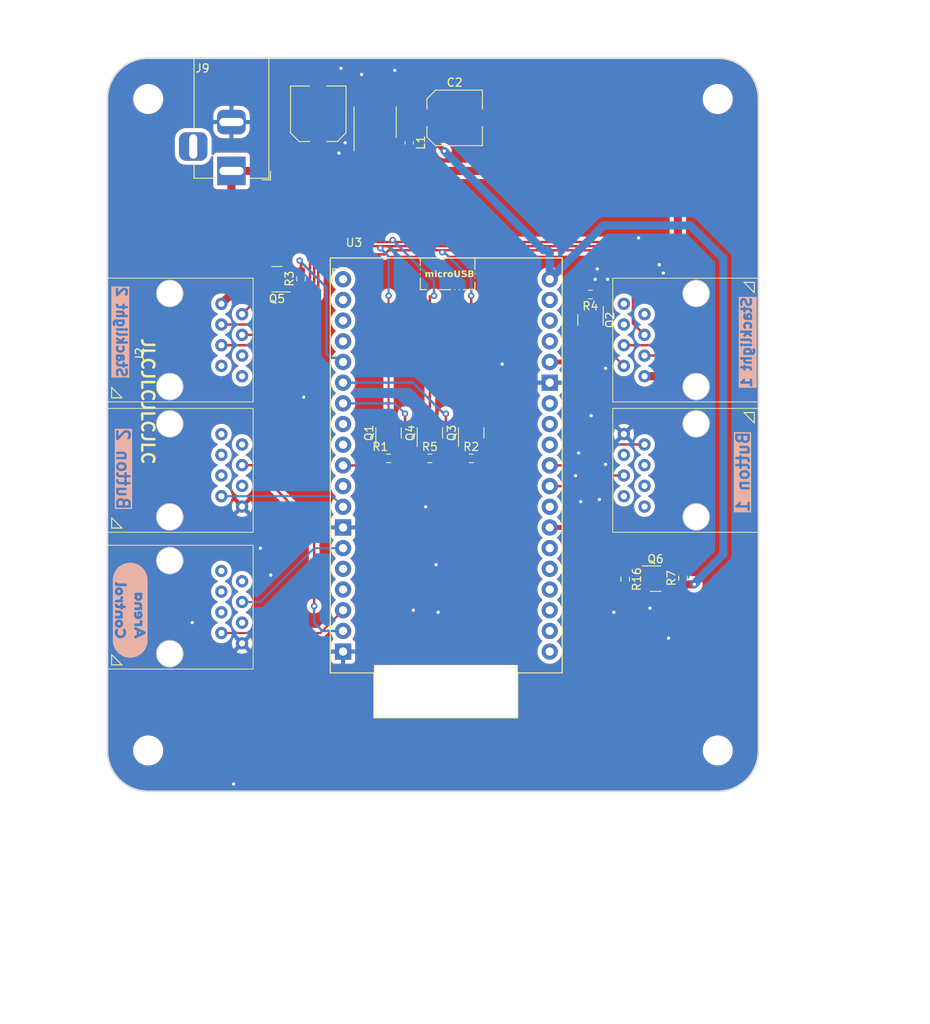
<source format=kicad_pcb>
(kicad_pcb (version 20221018) (generator pcbnew)
  (title_block (title "Arena Controller") (date "2023-03-27") (rev "v0.4") (company "smashy crashy machine co.") (comment 2 "Kim Chase") (comment 3 "Neil Cherry"))
  (layers (0 "F.Cu" signal) (31 "B.Cu" signal) (34 "B.Paste" user) (35 "F.Paste" user) (36 "B.SilkS" user "B.Silkscreen") (37 "F.SilkS" user "F.Silkscreen") (38 "B.Mask" user) (39 "F.Mask" user) (44 "Edge.Cuts" user))
  (net 0 "")
  (net 1 "+12V")
  (net 2 "/s_Red_1")
  (net 3 "/s_Yellow")
  (net 4 "/s_Green")
  (net 5 "/s_Horn")
  (net 6 "GND")
  (net 9 "/G_Start")
  (net 11 "/G_End")
  (net 13 "/T_B_Start")
  (net 14 "/T_B_End")
  (net 15 "/T_A_Start")
  (net 16 "/T_A_End")
  (net 18 "/Dis_Serial_Tx")
  (net 19 "/Dis_serial_Rx")
  (net 33 "+5V")
  (net 35 "/s_Red_2")
  (net 39 "/m_Green")
  (net 40 "/m_Red_1")
  (net 41 "/m_Horn")
  (net 42 "/m_Yellow")
  (net 43 "/m_Red_2")
  (net 44 "Net-(Q1-G)")
  (net 45 "Net-(Q2-G)")
  (net 46 "Net-(Q3-G)")
  (net 47 "Net-(Q4-G)")
  (net 48 "Net-(Q5-G)")
  (net 49 "/status_LED")
  (net 50 "/ws2812b_output")
  (net 51 "+3.3V")
  (net 55 "+3V3")
  (net 70 "Net-(L1-Pad1)")
  (footprint "Resistor_SMD:R_0603_1608Metric_Pad0.98x0.95mm_HandSolder" (layer "F.Cu") (at 158.623 108.966 -90)
    (fp_text reference "R16" (at 0 -1.43 90) (layer "F.SilkS"))
    (fp_text value "10k")
    (pad "1" smd roundrect (at -0.9125 0 270) (size 0.975 0.95) (layers "F.Cu" "F.Paste" "F.Mask") (net 51 "+3.3V"))
    (pad "2" smd roundrect (at 0.9125 0 270) (size 0.975 0.95) (layers "F.Cu" "F.Paste" "F.Mask") (net 49 "/status_LED"))
  )
  (footprint "Package_TO_SOT_SMD:SOT-23" (layer "F.Cu") (at 134.62 91.0105 90)
    (fp_text reference "Q4" (at 0 -2.4 90) (layer "F.SilkS"))
    (fp_text value "FS3400")
    (pad "1" smd roundrect (at -0.9375 -0.95 90) (size 1.475 0.6) (layers "F.Cu" "F.Paste" "F.Mask") (net 47 "Net-(Q4-G)"))
    (pad "2" smd roundrect (at -0.9375 0.95 90) (size 1.475 0.6) (layers "F.Cu" "F.Paste" "F.Mask") (net 6 "GND"))
    (pad "3" smd roundrect (at 0.9375 0 90) (size 1.475 0.6) (layers "F.Cu" "F.Paste" "F.Mask") (net 3 "/s_Yellow"))
  )
  (footprint "Resistor_SMD:R_0603_1608Metric_Pad0.98x0.95mm_HandSolder" (layer "F.Cu") (at 154.342 74.011 180)
    (fp_text reference "R4" (at 0 -1.43) (layer "F.SilkS"))
    (fp_text value "330")
    (pad "1" smd roundrect (at -0.9125 0 180) (size 0.975 0.95) (layers "F.Cu" "F.Paste" "F.Mask") (net 45 "Net-(Q2-G)"))
    (pad "2" smd roundrect (at 0.9125 0 180) (size 0.975 0.95) (layers "F.Cu" "F.Paste" "F.Mask") (net 40 "/m_Red_1"))
  )
  (footprint "footprints:RCH RC00139" (layer "F.Cu") (at 175 72 -90)
    (fp_text reference "J1" hide)
    (fp_text value "RJ45")
    (fp_circle (center 1.885 7.65) (end 3.51 7.65) (stroke (width 0.1)) (fill none) (layer "Edge.Cuts"))
    (fp_circle (center 13.315 7.65) (end 14.94 7.65) (stroke (width 0.1)) (fill none) (layer "Edge.Cuts"))
    (pad "1" thru_hole circle (at 12.045 14 270) (size 1.524 1.524) (drill 0.762) (layers "*.Cu" "*.Mask") (net 1 "+12V"))
    (pad "2" thru_hole circle (at 10.775 16.54 270) (size 1.524 1.524) (drill 0.762) (layers "*.Cu" "*.Mask") (net 2 "/s_Red_1"))
    (pad "3" thru_hole circle (at 9.505 14 270) (size 1.524 1.524) (drill 0.762) (layers "*.Cu" "*.Mask") (net 3 "/s_Yellow"))
    (pad "4" thru_hole circle (at 8.235 16.54 270) (size 1.524 1.524) (drill 0.762) (layers "*.Cu" "*.Mask") (net 4 "/s_Green"))
    (pad "5" thru_hole circle (at 6.965 14 270) (size 1.524 1.524) (drill 0.762) (layers "*.Cu" "*.Mask") (net 5 "/s_Horn"))
    (pad "6" thru_hole circle (at 5.695 16.54 270) (size 1.524 1.524) (drill 0.762) (layers "*.Cu" "*.Mask"))
    (pad "7" thru_hole circle (at 4.425 14 270) (size 1.524 1.524) (drill 0.762) (layers "*.Cu" "*.Mask"))
    (pad "8" thru_hole circle (at 3.155 16.54 270) (size 1.524 1.524) (drill 0.762) (layers "*.Cu" "*.Mask"))
  )
  (footprint "MountingHole:MountingHole_3.2mm_M3" (layer "F.Cu") (at 170 130)
    (fp_text reference "H4" hide)
    (fp_text value "MountingHole")
    (pad "" np_thru_hole circle (at 0 0) (size 3.2 3.2) (drill 3.2) (layers "*.Cu" "*.Mask"))
  )
  (footprint "footprints:RCH RC00139" (layer "F.Cu") (at 175 88 -90)
    (fp_text reference "J6" hide)
    (fp_text value "RJ45")
    (fp_circle (center 1.885 7.65) (end 3.51 7.65) (stroke (width 0.1)) (fill none) (layer "Edge.Cuts"))
    (fp_circle (center 13.315 7.65) (end 14.94 7.65) (stroke (width 0.1)) (fill none) (layer "Edge.Cuts"))
    (pad "1" thru_hole circle (at 12.045 14 270) (size 1.524 1.524) (drill 0.762) (layers "*.Cu" "*.Mask"))
    (pad "2" thru_hole circle (at 10.775 16.54 270) (size 1.524 1.524) (drill 0.762) (layers "*.Cu" "*.Mask"))
    (pad "3" thru_hole circle (at 9.505 14 270) (size 1.524 1.524) (drill 0.762) (layers "*.Cu" "*.Mask"))
    (pad "4" thru_hole circle (at 8.235 16.54 270) (size 1.524 1.524) (drill 0.762) (layers "*.Cu" "*.Mask") (net 15 "/T_A_Start"))
    (pad "5" thru_hole circle (at 6.965 14 270) (size 1.524 1.524) (drill 0.762) (layers "*.Cu" "*.Mask"))
    (pad "6" thru_hole circle (at 5.695 16.54 270) (size 1.524 1.524) (drill 0.762) (layers "*.Cu" "*.Mask"))
    (pad "7" thru_hole circle (at 4.425 14 270) (size 1.524 1.524) (drill 0.762) (layers "*.Cu" "*.Mask") (net 16 "/T_A_End"))
    (pad "8" thru_hole circle (at 3.155 16.54 270) (size 1.524 1.524) (drill 0.762) (layers "*.Cu" "*.Mask") (net 6 "GND"))
  )
  (footprint "Package_TO_SOT_SMD:SOT-23" (layer "F.Cu") (at 139.7 91.0105 90)
    (fp_text reference "Q3" (at 0 -2.4 90) (layer "F.SilkS"))
    (fp_text value "FS3400")
    (pad "1" smd roundrect (at -0.9375 -0.95 90) (size 1.475 0.6) (layers "F.Cu" "F.Paste" "F.Mask") (net 46 "Net-(Q3-G)"))
    (pad "2" smd roundrect (at -0.9375 0.95 90) (size 1.475 0.6) (layers "F.Cu" "F.Paste" "F.Mask") (net 6 "GND"))
    (pad "3" smd roundrect (at 0.9375 0 90) (size 1.475 0.6) (layers "F.Cu" "F.Paste" "F.Mask") (net 5 "/s_Horn"))
  )
  (footprint "Capacitor_SMD:C_Elec_6.3x5.4" (layer "F.Cu") (at 137.668 52.324)
    (fp_text reference "C2" (at 0 -4.35) (layer "F.SilkS"))
    (fp_text value "470uF")
    (pad "1" smd roundrect (at -2.5375 0) (size 3.325 1.6) (layers "F.Cu" "F.Paste" "F.Mask") (roundrect_rratio 0.15625) (net 33 "+5V"))
    (pad "2" smd roundrect (at 2.5375 0) (size 3.325 1.6) (layers "F.Cu" "F.Paste" "F.Mask") (roundrect_rratio 0.15625) (net 6 "GND"))
  )
  (footprint "footprints:RCH RC00139" (layer "F.Cu") (at 95 120 90)
    (fp_text reference "J4" hide)
    (fp_text value "RJ45")
    (fp_circle (center 1.885 7.65) (end 3.51 7.65) (stroke (width 0.1)) (fill none) (layer "Edge.Cuts"))
    (fp_circle (center 13.315 7.65) (end 14.94 7.65) (stroke (width 0.1)) (fill none) (layer "Edge.Cuts"))
    (pad "1" thru_hole circle (at 12.045 14 90) (size 1.524 1.524) (drill 0.762) (layers "*.Cu" "*.Mask"))
    (pad "2" thru_hole circle (at 10.775 16.54 90) (size 1.524 1.524) (drill 0.762) (layers "*.Cu" "*.Mask"))
    (pad "3" thru_hole circle (at 9.505 14 90) (size 1.524 1.524) (drill 0.762) (layers "*.Cu" "*.Mask"))
    (pad "4" thru_hole circle (at 8.235 16.54 90) (size 1.524 1.524) (drill 0.762) (layers "*.Cu" "*.Mask") (net 9 "/G_Start"))
    (pad "5" thru_hole circle (at 6.965 14 90) (size 1.524 1.524) (drill 0.762) (layers "*.Cu" "*.Mask"))
    (pad "6" thru_hole circle (at 5.695 16.54 90) (size 1.524 1.524) (drill 0.762) (layers "*.Cu" "*.Mask"))
    (pad "7" thru_hole circle (at 4.425 14 90) (size 1.524 1.524) (drill 0.762) (layers "*.Cu" "*.Mask") (net 11 "/G_End"))
    (pad "8" thru_hole circle (at 3.155 16.54 90) (size 1.524 1.524) (drill 0.762) (layers "*.Cu" "*.Mask") (net 6 "GND"))
  )
  (footprint "Connector_BarrelJack:BarrelJack_Horizontal" (layer "F.Cu") (at 110.236 58.832 -90)
    (fp_text reference "J9" (at -12.604 3.556) (layer "F.SilkS"))
    (fp_text value "Barrel_Jack_MountingPin")
    (pad "1" thru_hole rect (at 0 0 270) (size 3.5 3.5) (drill oval 1 3) (layers "*.Cu" "*.Mask") (net 1 "+12V"))
    (pad "2" thru_hole roundrect (at -6 0 270) (size 3 3.5) (drill oval 1 3) (layers "*.Cu" "*.Mask") (net 6 "GND"))
    (pad "3" thru_hole roundrect (at -3 4.7 270) (size 3.5 3.5) (drill oval 3 1) (layers "*.Cu" "*.Mask"))
  )
  (footprint "footprints:RCH RC00139" (layer "F.Cu") (at 95 87.2 90)
    (fp_text reference "J2" (at 5.842 3.9624 90 unlocked) (layer "F.SilkS"))
    (fp_text value "RJ45")
    (fp_circle (center 1.885 7.65) (end 3.51 7.65) (stroke (width 0.1)) (fill none) (layer "Edge.Cuts"))
    (fp_circle (center 13.315 7.65) (end 14.94 7.65) (stroke (width 0.1)) (fill none) (layer "Edge.Cuts"))
    (pad "1" thru_hole circle (at 12.045 14 90) (size 1.524 1.524) (drill 0.762) (layers "*.Cu" "*.Mask") (net 1 "+12V"))
    (pad "2" thru_hole circle (at 10.775 16.54 90) (size 1.524 1.524) (drill 0.762) (layers "*.Cu" "*.Mask") (net 35 "/s_Red_2"))
    (pad "3" thru_hole circle (at 9.505 14 90) (size 1.524 1.524) (drill 0.762) (layers "*.Cu" "*.Mask") (net 3 "/s_Yellow"))
    (pad "4" thru_hole circle (at 8.235 16.54 90) (size 1.524 1.524) (drill 0.762) (layers "*.Cu" "*.Mask") (net 4 "/s_Green"))
    (pad "5" thru_hole circle (at 6.965 14 90) (size 1.524 1.524) (drill 0.762) (layers "*.Cu" "*.Mask") (net 5 "/s_Horn"))
    (pad "6" thru_hole circle (at 5.695 16.54 90) (size 1.524 1.524) (drill 0.762) (layers "*.Cu" "*.Mask"))
    (pad "7" thru_hole circle (at 4.425 14 90) (size 1.524 1.524) (drill 0.762) (layers "*.Cu" "*.Mask"))
    (pad "8" thru_hole circle (at 3.155 16.54 90) (size 1.524 1.524) (drill 0.762) (layers "*.Cu" "*.Mask"))
  )
  (footprint "Inductor_SMD:L_0603_1608Metric" (layer "F.Cu") (at 132.08 55.372 -90)
    (fp_text reference "L1" (at 0 -1.43 90) (layer "F.SilkS"))
    (fp_text value "47uH")
    (pad "1" smd roundrect (at -0.7875 0 270) (size 0.875 0.95) (layers "F.Cu" "F.Paste" "F.Mask") (net 70 "Net-(L1-Pad1)"))
    (pad "2" smd roundrect (at 0.7875 0 270) (size 0.875 0.95) (layers "F.Cu" "F.Paste" "F.Mask") (net 33 "+5V"))
  )
  (footprint "MountingHole:MountingHole_3.2mm_M3" (layer "F.Cu") (at 170 50)
    (fp_text reference "H3" hide)
    (fp_text value "MountingHole")
    (pad "" np_thru_hole circle (at 0 0) (size 3.2 3.2) (drill 3.2) (layers "*.Cu" "*.Mask"))
  )
  (footprint "Capacitor_SMD:C_Elec_6.3x5.4" (layer "F.Cu") (at 120.904 51.816 90)
    (fp_text reference "C1" hide)
    (fp_text value "100uF")
    (pad "1" smd roundrect (at -2.5375 0 90) (size 3.325 1.6) (layers "F.Cu" "F.Paste" "F.Mask") (roundrect_rratio 0.15625) (net 1 "+12V"))
    (pad "2" smd roundrect (at 2.5375 0 90) (size 3.325 1.6) (layers "F.Cu" "F.Paste" "F.Mask") (roundrect_rratio 0.15625) (net 6 "GND"))
  )
  (footprint "MountingHole:MountingHole_3.2mm_M3" (layer "F.Cu") (at 100 130)
    (fp_text reference "H2" hide)
    (fp_text value "MountingHole")
    (pad "" np_thru_hole circle (at 0 0) (size 3.2 3.2) (drill 3.2) (layers "*.Cu" "*.Mask"))
  )
  (footprint "Resistor_SMD:R_0603_1608Metric_Pad0.98x0.95mm_HandSolder" (layer "F.Cu") (at 129.54 94.137)
    (fp_text reference "R1" (at -1.016 -1.43) (layer "F.SilkS"))
    (fp_text value "330")
    (pad "1" smd roundrect (at -0.9125 0) (size 0.975 0.95) (layers "F.Cu" "F.Paste" "F.Mask") (net 44 "Net-(Q1-G)"))
    (pad "2" smd roundrect (at 0.9125 0) (size 0.975 0.95) (layers "F.Cu" "F.Paste" "F.Mask") (net 39 "/m_Green"))
  )
  (footprint "Package_TO_SOT_SMD:SOT-23" (layer "F.Cu") (at 154.366 77.1375 -90)
    (fp_text reference "Q2" (at 0 -2.4 90) (layer "F.SilkS"))
    (fp_text value "FS3400")
    (pad "1" smd roundrect (at -0.9375 -0.95 270) (size 1.475 0.6) (layers "F.Cu" "F.Paste" "F.Mask") (net 45 "Net-(Q2-G)"))
    (pad "2" smd roundrect (at -0.9375 0.95 270) (size 1.475 0.6) (layers "F.Cu" "F.Paste" "F.Mask") (net 6 "GND"))
    (pad "3" smd roundrect (at 0.9375 0 270) (size 1.475 0.6) (layers "F.Cu" "F.Paste" "F.Mask") (net 2 "/s_Red_1"))
  )
  (footprint "Package_TO_SOT_SMD:SOT-23" (layer "F.Cu") (at 115.824 72.136 180)
    (fp_text reference "Q5" (at 0 -2.4) (layer "F.SilkS"))
    (fp_text value "FS3400")
    (pad "1" smd roundrect (at -0.9375 -0.95 180) (size 1.475 0.6) (layers "F.Cu" "F.Paste" "F.Mask") (net 48 "Net-(Q5-G)"))
    (pad "2" smd roundrect (at -0.9375 0.95 180) (size 1.475 0.6) (layers "F.Cu" "F.Paste" "F.Mask") (net 6 "GND"))
    (pad "3" smd roundrect (at 0.9375 0 180) (size 1.475 0.6) (layers "F.Cu" "F.Paste" "F.Mask") (net 35 "/s_Red_2"))
  )
  (footprint "Package_SO:SOP-8_3.76x4.96mm_P1.27mm" (layer "F.Cu") (at 127.889 52.8345 90)
    (fp_text reference "U2" hide)
    (fp_text value "XT4140")
    (pad "1" smd roundrect (at -2.5375 -1.905 90) (size 1.975 0.65) (layers "F.Cu" "F.Paste" "F.Mask") (net 33 "+5V"))
    (pad "2" smd roundrect (at -2.5375 -0.635 90) (size 1.975 0.65) (layers "F.Cu" "F.Paste" "F.Mask"))
    (pad "3" smd roundrect (at -2.5375 0.635 90) (size 1.975 0.65) (layers "F.Cu" "F.Paste" "F.Mask"))
    (pad "4" smd roundrect (at -2.5375 1.905 90) (size 1.975 0.65) (layers "F.Cu" "F.Paste" "F.Mask") (net 1 "+12V"))
    (pad "5" smd roundrect (at 2.5375 1.905 90) (size 1.975 0.65) (layers "F.Cu" "F.Paste" "F.Mask") (net 70 "Net-(L1-Pad1)"))
    (pad "6" smd roundrect (at 2.5375 0.635 90) (size 1.975 0.65) (layers "F.Cu" "F.Paste" "F.Mask") (net 70 "Net-(L1-Pad1)"))
    (pad "7" smd roundrect (at 2.5375 -0.635 90) (size 1.975 0.65) (layers "F.Cu" "F.Paste" "F.Mask") (net 6 "GND"))
    (pad "8" smd roundrect (at 2.5375 -1.905 90) (size 1.975 0.65) (layers "F.Cu" "F.Paste" "F.Mask") (net 6 "GND"))
  )
  (footprint "MountingHole:MountingHole_3.2mm_M3" (layer "F.Cu") (at 100 50)
    (fp_text reference "H1" hide)
    (fp_text value "MountingHole")
    (pad "" np_thru_hole circle (at 0 0) (size 3.2 3.2) (drill 3.2) (layers "*.Cu" "*.Mask"))
  )
  (footprint "Package_TO_SOT_SMD:SOT-23" (layer "F.Cu") (at 129.54 91.0105 90)
    (fp_text reference "Q1" (at 0 -2.4 90) (layer "F.SilkS"))
    (fp_text value "FS3400")
    (pad "1" smd roundrect (at -0.9375 -0.95 90) (size 1.475 0.6) (layers "F.Cu" "F.Paste" "F.Mask") (net 44 "Net-(Q1-G)"))
    (pad "2" smd roundrect (at -0.9375 0.95 90) (size 1.475 0.6) (layers "F.Cu" "F.Paste" "F.Mask") (net 6 "GND"))
    (pad "3" smd roundrect (at 0.9375 0 90) (size 1.475 0.6) (layers "F.Cu" "F.Paste" "F.Mask") (net 4 "/s_Green"))
  )
  (footprint "Resistor_SMD:R_0603_1608Metric_Pad0.98x0.95mm_HandSolder" (layer "F.Cu") (at 139.7 94.137)
    (fp_text reference "R2" (at 0 -1.43) (layer "F.SilkS"))
    (fp_text value "330")
    (pad "1" smd roundrect (at -0.9125 0) (size 0.975 0.95) (layers "F.Cu" "F.Paste" "F.Mask") (net 46 "Net-(Q3-G)"))
    (pad "2" smd roundrect (at 0.9125 0) (size 0.975 0.95) (layers "F.Cu" "F.Paste" "F.Mask") (net 41 "/m_Horn"))
  )
  (footprint "footprints:RCH RC00139" (layer "F.Cu") (at 95 103.2 90)
    (fp_text reference "J5" hide)
    (fp_text value "RJ45")
    (fp_circle (center 1.885 7.65) (end 3.51 7.65) (stroke (width 0.1)) (fill none) (layer "Edge.Cuts"))
    (fp_circle (center 13.315 7.65) (end 14.94 7.65) (stroke (width 0.1)) (fill none) (layer "Edge.Cuts"))
    (pad "1" thru_hole circle (at 12.045 14 90) (size 1.524 1.524) (drill 0.762) (layers "*.Cu" "*.Mask"))
    (pad "2" thru_hole circle (at 10.775 16.54 90) (size 1.524 1.524) (drill 0.762) (layers "*.Cu" "*.Mask"))
    (pad "3" thru_hole circle (at 9.505 14 90) (size 1.524 1.524) (drill 0.762) (layers "*.Cu" "*.Mask"))
    (pad "4" thru_hole circle (at 8.235 16.54 90) (size 1.524 1.524) (drill 0.762) (layers "*.Cu" "*.Mask") (net 14 "/T_B_End"))
    (pad "5" thru_hole circle (at 6.965 14 90) (size 1.524 1.524) (drill 0.762) (layers "*.Cu" "*.Mask"))
    (pad "6" thru_hole circle (at 5.695 16.54 90) (size 1.524 1.524) (drill 0.762) (layers "*.Cu" "*.Mask"))
    (pad "7" thru_hole circle (at 4.425 14 90) (size 1.524 1.524) (drill 0.762) (layers "*.Cu" "*.Mask") (net 13 "/T_B_Start"))
    (pad "8" thru_hole circle (at 3.155 16.54 90) (size 1.524 1.524) (drill 0.762) (layers "*.Cu" "*.Mask") (net 6 "GND"))
  )
  (footprint "Resistor_SMD:R_0603_1608Metric_Pad0.98x0.95mm_HandSolder" (layer "F.Cu") (at 165.735 108.839 90)
    (fp_text reference "R7" (at 0 -1.43 90) (layer "F.SilkS"))
    (fp_text value "10k")
    (pad "1" smd roundrect (at -0.9125 0 90) (size 0.975 0.95) (layers "F.Cu" "F.Paste" "F.Mask") (net 33 "+5V"))
    (pad "2" smd roundrect (at 0.9125 0 90) (size 0.975 0.95) (layers "F.Cu" "F.Paste" "F.Mask") (net 50 "/ws2812b_output"))
  )
  (footprint "Resistor_SMD:R_0603_1608Metric_Pad0.98x0.95mm_HandSolder" (layer "F.Cu") (at 134.62 94.137)
    (fp_text reference "R5" (at 0 -1.43) (layer "F.SilkS"))
    (fp_text value "330")
    (pad "1" smd roundrect (at -0.9125 0) (size 0.975 0.95) (layers "F.Cu" "F.Paste" "F.Mask") (net 47 "Net-(Q4-G)"))
    (pad "2" smd roundrect (at 0.9125 0) (size 0.975 0.95) (layers "F.Cu" "F.Paste" "F.Mask") (net 42 "/m_Yellow"))
  )
  (footprint "Package_TO_SOT_SMD:SOT-23" (layer "F.Cu") (at 162.3545 108.9)
    (fp_text reference "Q6" (at 0 -2.4) (layer "F.SilkS"))
    (fp_text value "Q_NMOS_GSD")
    (pad "1" smd roundrect (at -0.9375 -0.95) (size 1.475 0.6) (layers "F.Cu" "F.Paste" "F.Mask") (net 51 "+3.3V"))
    (pad "2" smd roundrect (at -0.9375 0.95) (size 1.475 0.6) (layers "F.Cu" "F.Paste" "F.Mask") (net 49 "/status_LED"))
    (pad "3" smd roundrect (at 0.9375 0) (size 1.475 0.6) (layers "F.Cu" "F.Paste" "F.Mask") (net 50 "/ws2812b_output"))
  )
  (footprint "footprints:MODULE_ESP32_DEVKIT_C_V4" (layer "F.Cu") (at 136.652 94.996)
    (fp_text reference "U3" (at -11.355 -27.36) (layer "F.SilkS"))
    (fp_text value "ESP32-Devkit_C_V4")
    (fp_text user "microUSB" (at -2.667 -22.987 unlocked) (layer "F.SilkS") (effects (font (size 0.8 0.8) (thickness 0.16) bold italic) (justify left bottom)))
    (pad "1" thru_hole circle (at -12.7 -22.86) (size 2 2) (drill 1.02) (layers "*.Cu" "*.Mask"))
    (pad "2" thru_hole circle (at -12.7 -20.32) (size 2 2) (drill 1.02) (layers "*.Cu" "*.Mask"))
    (pad "3" thru_hole circle (at -12.7 -17.78) (size 2 2) (drill 1.02) (layers "*.Cu" "*.Mask"))
    (pad "4" thru_hole circle (at -12.7 -15.24) (size 2 2) (drill 1.02) (layers "*.Cu" "*.Mask"))
    (pad "5" thru_hole circle (at -12.7 -12.7) (size 2 2) (drill 1.02) (layers "*.Cu" "*.Mask") (net 43 "/m_Red_2"))
    (pad "6" thru_hole circle (at -12.7 -10.16) (size 2 2) (drill 1.02) (layers "*.Cu" "*.Mask") (net 42 "/m_Yellow"))
    (pad "7" thru_hole circle (at -12.7 -7.62) (size 2 2) (drill 1.02) (layers "*.Cu" "*.Mask") (net 39 "/m_Green"))
    (pad "8" thru_hole circle (at -12.7 -5.08) (size 2 2) (drill 1.02) (layers "*.Cu" "*.Mask") (net 19 "/Dis_serial_Rx"))
    (pad "9" thru_hole circle (at -12.7 -2.54) (size 2 2) (drill 1.02) (layers "*.Cu" "*.Mask") (net 18 "/Dis_Serial_Tx"))
    (pad "10" thru_hole circle (at -12.7 0) (size 2 2) (drill 1.02) (layers "*.Cu" "*.Mask") (net 41 "/m_Horn"))
    (pad "11" thru_hole circle (at -12.7 2.54) (size 2 2) (drill 1.02) (layers "*.Cu" "*.Mask"))
    (pad "12" thru_hole circle (at -12.7 5.08) (size 2 2) (drill 1.02) (layers "*.Cu" "*.Mask") (net 13 "/T_B_Start"))
    (pad "13" thru_hole rect (at -12.7 7.62) (size 2 2) (drill 1.02) (layers "*.Cu" "*.Mask") (net 6 "GND"))
    (pad "14" thru_hole circle (at -12.7 10.16) (size 2 2) (drill 1.02) (layers "*.Cu" "*.Mask") (net 9 "/G_Start"))
    (pad "15" thru_hole circle (at -12.7 12.7) (size 2 2) (drill 1.02) (layers "*.Cu" "*.Mask"))
    (pad "16" thru_hole circle (at -12.7 15.24) (size 2 2) (drill 1.02) (layers "*.Cu" "*.Mask"))
    (pad "17" thru_hole circle (at -12.7 17.78) (size 2 2) (drill 1.02) (layers "*.Cu" "*.Mask") (net 11 "/G_End"))
    (pad "18" thru_hole circle (at -12.7 20.32) (size 2 2) (drill 1.02) (layers "*.Cu" "*.Mask") (net 14 "/T_B_End"))
    (pad "19" thru_hole rect (at -12.7 22.86) (size 2 2) (drill 1.02) (layers "*.Cu" "*.Mask") (net 6 "GND"))
    (pad "20" thru_hole circle (at 12.7 22.86) (size 2 2) (drill 1.02) (layers "*.Cu" "*.Mask") (net 55 "+3V3"))
    (pad "21" thru_hole circle (at 12.7 20.32) (size 2 2) (drill 1.02) (layers "*.Cu" "*.Mask"))
    (pad "22" thru_hole circle (at 12.7 17.78) (size 2 2) (drill 1.02) (layers "*.Cu" "*.Mask"))
    (pad "23" thru_hole circle (at 12.7 15.24) (size 2 2) (drill 1.02) (layers "*.Cu" "*.Mask"))
    (pad "24" thru_hole circle (at 12.7 12.7) (size 2 2) (drill 1.02) (layers "*.Cu" "*.Mask"))
    (pad "25" thru_hole circle (at 12.7 10.16) (size 2 2) (drill 1.02) (layers "*.Cu" "*.Mask"))
    (pad "26" thru_hole circle (at 12.7 7.62) (size 2 2) (drill 1.02) (layers "*.Cu" "*.Mask") (net 49 "/status_LED"))
    (pad "27" thru_hole circle (at 12.7 5.08) (size 2 2) (drill 1.02) (layers "*.Cu" "*.Mask"))
    (pad "28" thru_hole circle (at 12.7 2.54) (size 2 2) (drill 1.02) (layers "*.Cu" "*.Mask") (net 15 "/T_A_Start"))
    (pad "29" thru_hole circle (at 12.7 0) (size 2 2) (drill 1.02) (layers "*.Cu" "*.Mask") (net 16 "/T_A_End"))
    (pad "30" thru_hole circle (at 12.7 -2.54) (size 2 2) (drill 1.02) (layers "*.Cu" "*.Mask"))
    (pad "31" thru_hole circle (at 12.7 -5.08) (size 2 2) (drill 1.02) (layers "*.Cu" "*.Mask"))
    (pad "32" thru_hole circle (at 12.7 -7.62) (size 2 2) (drill 1.02) (layers "*.Cu" "*.Mask"))
    (pad "33" thru_hole rect (at 12.7 -10.16) (size 2 2) (drill 1.02) (layers "*.Cu" "*.Mask") (net 6 "GND"))
    (pad "34" thru_hole circle (at 12.7 -12.7) (size 2 2) (drill 1.02) (layers "*.Cu" "*.Mask") (net 40 "/m_Red_1"))
    (pad "35" thru_hole circle (at 12.7 -15.24) (size 2 2) (drill 1.02) (layers "*.Cu" "*.Mask"))
    (pad "36" thru_hole circle (at 12.7 -17.78) (size 2 2) (drill 1.02) (layers "*.Cu" "*.Mask"))
    (pad "37" thru_hole circle (at 12.7 -20.32) (size 2 2) (drill 1.02) (layers "*.Cu" "*.Mask"))
    (pad "38" thru_hole circle (at 12.7 -22.86) (size 2 2) (drill 1.02) (layers "*.Cu" "*.Mask") (net 33 "+5V"))
    (zone (net 0) (net_name "") (layer "F.Cu") (connect_pads (clearance 0)) (min_thickness 0.01)
      (keepout (tracks not_allowed) (vias not_allowed) (pads not_allowed) (copperpour not_allowed) (footprints allowed))
      (fill (thermal_gap 0.508) (thermal_bridge_width 0.508))
      (polygon (pts (xy 127.742 119.494) (xy 145.432 119.494) (xy 145.432 125.984) (xy 127.742 125.984)))
    )
    (zone (net 0) (net_name "") (layer "B.Cu") (connect_pads (clearance 0)) (min_thickness 0.01)
      (keepout (tracks not_allowed) (vias not_allowed) (pads not_allowed) (copperpour not_allowed) (footprints allowed))
      (fill (thermal_gap 0.508) (thermal_bridge_width 0.508))
      (polygon (pts (xy 127.742 119.494) (xy 145.432 119.494) (xy 145.432 125.984) (xy 127.742 125.984)))
    )
  )
  (footprint "Resistor_SMD:R_0603_1608Metric_Pad0.98x0.95mm_HandSolder" (layer "F.Cu") (at 118.7935 72.07 90)
    (fp_text reference "R3" (at 0 -1.43 90) (layer "F.SilkS"))
    (fp_text value "330")
    (pad "1" smd roundrect (at -0.9125 0 90) (size 0.975 0.95) (layers "F.Cu" "F.Paste" "F.Mask") (net 48 "Net-(Q5-G)"))
    (pad "2" smd roundrect (at 0.9125 0 90) (size 0.975 0.95) (layers "F.Cu" "F.Paste" "F.Mask") (net 43 "/m_Red_2"))
  )
  (footprint "kibuzzard-638A219C" (layer "B.Cu") (at 97.79 112.776 90)
    (fp_text reference "kibuzzard-638A219C" hide)
    (fp_text value "G***" hide)
  )
  (gr_arc (start 95 50) (mid 96.464466 46.464466) (end 100 45) (stroke (width 0.2)) (layer "Edge.Cuts"))
  (gr_arc (start 100 135) (mid 96.464466 133.535534) (end 95 130) (stroke (width 0.2)) (layer "Edge.Cuts"))
  (gr_arc (start 170 45) (mid 173.535534 46.464466) (end 175 50) (stroke (width 0.2)) (layer "Edge.Cuts"))
  (gr_line (start 175 50) (end 175 130) (stroke (width 0.2)) (layer "Edge.Cuts"))
  (gr_line (start 100 45) (end 170 45) (stroke (width 0.2)) (layer "Edge.Cuts"))
  (gr_line (start 95 130) (end 95 50) (stroke (width 0.2)) (layer "Edge.Cuts"))
  (gr_arc (start 175 130) (mid 173.535534 133.535534) (end 170 135) (stroke (width 0.2)) (layer "Edge.Cuts"))
  (gr_line (start 170 135) (end 100 135) (stroke (width 0.2)) (layer "Edge.Cuts"))
  (gr_text "Button 1" (at 173.99 90.678 90) (layer "B.SilkS" knockout) (effects (font (size 1.5 1.5) (thickness 0.3) bold) (justify left bottom mirror)))
  (gr_text "Stacklight 2" (at 96.012 84.328 -90) (layer "B.SilkS" knockout) (effects (font (size 1.2 1.2) (thickness 0.3) bold) (justify left bottom mirror)))
  (gr_text "Button 2" (at 96.012 100.584 -90) (layer "B.SilkS" knockout) (effects (font (size 1.5 1.5) (thickness 0.3) bold) (justify left bottom mirror)))
  (gr_text "Stacklight 1" (at 174.244 74.168 90) (layer "B.SilkS" knockout) (effects (font (size 1.2 1.2) (thickness 0.3) bold) (justify left bottom mirror)))
  (gr_text "JLCJLCJLCJLC" (at 99.949 87.122 270) (layer "F.SilkS") (effects (font (size 1.5 1.5) (thickness 0.3))))
  (segment (start 121.9175 53.34) (end 120.904 54.3535) (width 0.6) (layer "F.Cu") (net 1))
  (segment (start 160.018825 58.832) (end 165.1 63.913175) (width 1) (layer "F.Cu") (net 1))
  (segment (start 129.794 54.61) (end 128.524 53.34) (width 0.6) (layer "F.Cu") (net 1))
  (segment (start 163.351 84.045) (end 161 84.045) (width 1) (layer "F.Cu") (net 1))
  (segment (start 110.236 73.919) (end 109 75.155) (width 1) (layer "F.Cu") (net 1))
  (segment (start 120.904 58.832) (end 160.018825 58.832) (width 1) (layer "F.Cu") (net 1))
  (segment (start 110.236 58.832) (end 110.236 73.919) (width 1) (layer "F.Cu") (net 1))
  (segment (start 129.794 55.372) (end 129.794 54.61) (width 0.6) (layer "F.Cu") (net 1))
  (segment (start 120.904 58.832) (end 120.904 54.3535) (width 1) (layer "F.Cu") (net 1))
  (segment (start 128.524 53.34) (end 121.9175 53.34) (width 0.6) (layer "F.Cu") (net 1))
  (segment (start 110.236 58.832) (end 120.904 58.832) (width 1) (layer "F.Cu") (net 1))
  (segment (start 165.1 82.296) (end 163.351 84.045) (width 1) (layer "F.Cu") (net 1))
  (segment (start 165.1 63.913175) (end 165.1 82.296) (width 1) (layer "F.Cu") (net 1))
  (segment (start 154.366 78.681) (end 158.46 82.775) (width 0.25) (layer "F.Cu") (net 2))
  (segment (start 161 81.505) (end 162.335 81.505) (width 0.3) (layer "F.Cu") (net 3))
  (segment (start 115.853 77.695) (end 119.888 73.66) (width 0.3) (layer "F.Cu") (net 3))
  (segment (start 134.62 90.073) (end 134.62 74.234) (width 0.3) (layer "F.Cu") (net 3))
  (segment (start 121.212894 67.564) (end 157.48 67.564) (width 0.3) (layer "F.Cu") (net 3))
  (segment (start 109 77.695) (end 115.853 77.695) (width 0.3) (layer "F.Cu") (net 3))
  (segment (start 119.888 68.888894) (end 121.212894 67.564) (width 0.3) (layer "F.Cu") (net 3))
  (segment (start 163.576 80.264) (end 163.576 73.66) (width 0.3) (layer "F.Cu") (net 3))
  (segment (start 163.576 73.66) (end 157.48 67.564) (width 0.3) (layer "F.Cu") (net 3))
  (segment (start 119.888 73.66) (end 119.888 68.888894) (width 0.3) (layer "F.Cu") (net 3))
  (segment (start 162.335 81.505) (end 163.576 80.264) (width 0.3) (layer "F.Cu") (net 3))
  (via (at 130.048 67.3225) (size 0.8) (drill 0.4) (layers "F.Cu" "B.Cu") (net 3))
  (via (at 135.128 74.168) (size 0.8) (drill 0.4) (layers "F.Cu" "B.Cu") (net 3))
  (segment (start 135.128 72.4025) (end 130.048 67.3225) (width 0.3) (layer "B.Cu") (net 3))
  (segment (start 135.128 74.168) (end 135.128 72.4025) (width 0.3) (layer "B.Cu") (net 3))
  (segment (start 111.54 78.965) (end 115.290106 78.965) (width 0.3) (layer "F.Cu") (net 4))
  (segment (start 129.54 90.073) (end 129.54 74.168) (width 0.25) (layer "F.Cu") (net 4))
  (segment (start 156.464 68.072) (end 162.56 74.168) (width 0.3) (layer "F.Cu") (net 4))
  (segment (start 162.023 80.235) (end 158.46 80.235) (width 0.3) (layer "F.Cu") (net 4))
  (segment (start 120.396 73.859106) (end 120.396 69.088) (width 0.3) (layer "F.Cu") (net 4))
  (segment (start 115.290106 78.965) (end 120.396 73.859106) (width 0.3) (layer "F.Cu") (net 4))
  (segment (start 120.396 69.088) (end 121.412 68.072) (width 0.3) (layer "F.Cu") (net 4))
  (segment (start 121.412 68.072) (end 156.464 68.072) (width 0.3) (layer "F.Cu") (net 4))
  (segment (start 162.56 79.698) (end 162.023 80.235) (width 0.3) (layer "F.Cu") (net 4))
  (segment (start 162.56 74.168) (end 162.56 79.698) (width 0.3) (layer "F.Cu") (net 4))
  (via (at 129.54 74.168) (size 0.8) (drill 0.4) (layers "F.Cu" "B.Cu") (net 4))
  (via (at 128.524 68.3135) (size 0.8) (drill 0.4) (layers "F.Cu" "B.Cu") (net 4))
  (segment (start 129.54 69.342) (end 129.54625 69.33575) (width 0.25) (layer "B.Cu") (net 4))
  (segment (start 129.54 74.168) (end 129.54 69.342) (width 0.25) (layer "B.Cu") (net 4))
  (segment (start 129.54625 69.33575) (end 128.524 68.3135) (width 0.3) (layer "B.Cu") (net 4))
  (segment (start 120.904 74.168) (end 120.904 69.287106) (width 0.3) (layer "F.Cu") (net 5))
  (segment (start 129.54 68.58) (end 155.448 68.58) (width 0.3) (layer "F.Cu") (net 5))
  (segment (start 114.837 80.235) (end 120.904 74.168) (width 0.3) (layer "F.Cu") (net 5))
  (segment (start 159.572 72.704) (end 159.572 77.537) (width 0.3) (layer "F.Cu") (net 5))
  (segment (start 139.7 90.073) (end 139.7 74.168) (width 0.3) (layer "F.Cu") (net 5))
  (segment (start 109 80.235) (end 114.837 80.235) (width 0.3) (layer "F.Cu") (net 5))
  (segment (start 127 68.58) (end 127.508 69.088) (width 0.3) (layer "F.Cu") (net 5))
  (segment (start 121.003553 69.187553) (end 121.611106 68.58) (width 0.3) (layer "F.Cu") (net 5))
  (segment (start 155.448 68.58) (end 159.572 72.704) (width 0.3) (layer "F.Cu") (net 5))
  (segment (start 129.032 69.088) (end 129.54 68.58) (width 0.3) (layer "F.Cu") (net 5))
  (segment (start 120.904 69.287106) (end 121.003553 69.187553) (width 0.3) (layer "F.Cu") (net 5))
  (segment (start 121.611106 68.58) (end 127 68.58) (width 0.3) (layer "F.Cu") (net 5))
  (segment (start 159.572 77.537) (end 161 78.965) (width 0.3) (layer "F.Cu") (net 5))
  (segment (start 127.508 69.088) (end 129.032 69.088) (width 0.3) (layer "F.Cu") (net 5))
  (via (at 139.7 74.168) (size 0.8) (drill 0.4) (layers "F.Cu" "B.Cu") (net 5))
  (via (at 136.144 68.8215) (size 0.8) (drill 0.4) (layers "F.Cu" "B.Cu") (net 5))
  (segment (start 136.3855 68.8215) (end 136.144 68.8215) (width 0.3) (layer "B.Cu") (net 5))
  (segment (start 139.7 74.168) (end 139.7 72.136) (width 0.3) (layer "B.Cu") (net 5))
  (segment (start 136.3855 68.8215) (end 139.7 72.136) (width 0.3) (layer "B.Cu") (net 5))
  (via (at 162.814 70.358) (size 0.8) (drill 0.4) (layers "F.Cu" "B.Cu") (net 6))
  (via (at 143.51 82.55) (size 0.8) (drill 0.4) (layers "F.Cu" "B.Cu") (net 6))
  (via (at 134.112 100.076) (size 0.8) (drill 0.4) (layers "F.Cu" "B.Cu") (net 6))
  (via (at 123.444 56.642) (size 0.8) (drill 0.4) (layers "F.Cu" "B.Cu") (net 6))
  (via (at 152.527 96.266) (size 0.8) (drill 0.4) (layers "F.Cu" "B.Cu") (net 6))
  (via (at 132.588 112.776) (size 0.8) (drill 0.4) (layers "F.Cu" "B.Cu") (net 6))
  (via (at 153.162 99.441) (size 0.8) (drill 0.4) (layers "F.Cu" "B.Cu") (net 6))
  (via (at 163.322 71.374) (size 0.8) (drill 0.4) (layers "F.Cu" "B.Cu") (net 6))
  (via (at 130.302 46.482) (size 0.8) (drill 0.4) (layers "F.Cu" "B.Cu") (net 6))
  (via (at 135.636 113.03) (size 0.8) (drill 0.4) (layers "F.Cu" "B.Cu") (net 6))
  (via (at 161.671 112.522) (size 0.8) (drill 0.4) (layers "F.Cu" "B.Cu") (net 6))
  (via (at 126.238 46.99) (size 0.8) (drill 0.4) (layers "F.Cu" "B.Cu") (net 6))
  (via (at 163.957 116.205) (size 0.8) (drill 0.4) (layers "F.Cu" "B.Cu") (net 6))
  (via (at 156.21 83.058) (size 0.8) (drill 0.4) (layers "F.Cu" "B.Cu") (net 6))
  (via (at 119.126 86.614) (size 0.8) (drill 0.4) (layers "F.Cu" "B.Cu") (net 6))
  (via (at 160.274 67.056) (size 0.8) (drill 0.4) (layers "F.Cu" "B.Cu") (net 6))
  (via (at 154.94 72.136) (size 0.8) (drill 0.4) (layers "F.Cu" "B.Cu") (net 6))
  (via (at 105.41 114.3) (size 0.8) (drill 0.4) (layers "F.Cu" "B.Cu") (net 6))
  (via (at 152.908 93.472) (size 0.8) (drill 0.4) (layers "F.Cu" "B.Cu") (net 6))
  (via (at 110.49 134.112) (size 0.8) (drill 0.4) (layers "F.Cu" "B.Cu") (net 6))
  (via (at 123.698 46.228) (size 0.8) (drill 0.4) (layers "F.Cu" "B.Cu") (net 6))
  (via (at 115.062 108.458) (size 0.8) (drill 0.4) (layers "F.Cu" "B.Cu") (net 6))
  (via (at 135.382 107.188) (size 0.8) (drill 0.4) (layers "F.Cu" "B.Cu") (net 6))
  (via (at 124.206 55.372) (size 0.8) (drill 0.4) (layers "F.Cu" "B.Cu") (net 6))
  (via (at 155.448 99.187) (size 0.8) (drill 0.4) (layers "F.Cu" "B.Cu") (net 6))
  (via (at 156.464 72.136) (size 0.8) (drill 0.4) (layers "F.Cu" "B.Cu") (net 6))
  (via (at 113.792 105.156) (size 0.8) (drill 0.4) (layers "F.Cu" "B.Cu") (net 6))
  (via (at 156.21 94.869) (size 0.8) (drill 0.4) (layers "F.Cu" "B.Cu") (net 6))
  (via (at 154.432 88.9) (size 0.8) (drill 0.4) (layers "F.Cu" "B.Cu") (net 6))
  (via (at 155.194 70.866) (size 0.8) (drill 0.4) (layers "F.Cu" "B.Cu") (net 6))
  (via (at 157.226 113.03) (size 0.8) (drill 0.4) (layers "F.Cu" "B.Cu") (net 6))
  (segment (start 111.54 111.765) (end 113.787 111.765) (width 0.25) (layer "B.Cu") (net 9))
  (segment (start 113.787 111.765) (end 120.396 105.156) (width 0.25) (layer "B.Cu") (net 9))
  (segment (start 120.396 105.156) (end 123.952 105.156) (width 0.25) (layer "B.Cu") (net 9))
  (segment (start 121.153 115.575) (end 109 115.575) (width 0.25) (layer "F.Cu") (net 11))
  (segment (start 123.952 112.776) (end 121.153 115.575) (width 0.25) (layer "F.Cu") (net 11))
  (segment (start 122.651 98.775) (end 123.952 100.076) (width 0.25) (layer "B.Cu") (net 13))
  (segment (start 109 98.775) (end 122.651 98.775) (width 0.25) (layer "B.Cu") (net 13))
  (segment (start 120.396 102.616) (end 120.396 112.268) (width 0.3) (layer "F.Cu") (net 14))
  (segment (start 112.745 94.965) (end 120.396 102.616) (width 0.3) (layer "F.Cu") (net 14))
  (segment (start 111.54 94.965) (end 112.745 94.965) (width 0.3) (layer "F.Cu") (net 14))
  (via (at 120.396 112.268) (size 0.8) (drill 0.4) (layers "F.Cu" "B.Cu") (net 14))
  (segment (start 121.412 115.316) (end 123.952 115.316) (width 0.3) (layer "B.Cu") (net 14))
  (segment (start 120.396 114.3) (end 121.412 115.316) (width 0.3) (layer "B.Cu") (net 14))
  (segment (start 120.396 112.268) (end 120.396 114.3) (width 0.3) (layer "B.Cu") (net 14))
  (segment (start 149.352 97.536) (end 154.178 97.536) (width 0.3) (layer "F.Cu") (net 15))
  (segment (start 155.479 96.235) (end 158.46 96.235) (width 0.3) (layer "F.Cu") (net 15))
  (segment (start 154.178 97.536) (end 155.479 96.235) (width 0.3) (layer "F.Cu") (net 15))
  (segment (start 161 92.425) (end 156.622 92.425) (width 0.3) (layer "F.Cu") (net 16))
  (segment (start 156.622 92.425) (end 154.051 94.996) (width 0.3) (layer "F.Cu") (net 16))
  (segment (start 154.051 94.996) (end 149.352 94.996) (width 0.3) (layer "F.Cu") (net 16))
  (segment (start 133.10875 55.13075) (end 132.08 56.1595) (width 0.6) (layer "F.Cu") (net 33))
  (segment (start 134.62 53.6195) (end 133.10875 55.13075) (width 0.6) (layer "F.Cu") (net 33))
  (segment (start 126.817084 56.8595) (end 131.38 56.8595) (width 0.6) (layer "F.Cu") (net 33))
  (segment (start 131.38 56.8595) (end 132.08 56.1595) (width 0.6) (layer "F.Cu") (net 33))
  (segment (start 133.10875 55.13075) (end 135.14075 55.13075) (width 0.6) (layer "F.Cu") (net 33))
  (segment (start 135.14075 55.13075) (end 136.398 56.388) (width 0.6) (layer "F.Cu") (net 33))
  (segment (start 167.132 109.601) (end 165.8855 109.601) (width 1) (layer "F.Cu") (net 33))
  (segment (start 165.8855 109.601) (end 165.735 109.7515) (width 1) (layer "F.Cu") (net 33))
  (segment (start 134.62 52.3215) (end 134.62 53.6195) (width 0.6) (layer "F.Cu") (net 33))
  (segment (start 125.984 56.026416) (end 126.817084 56.8595) (width 0.6) (layer "F.Cu") (net 33))
  (via (at 167.132 109.601) (size 0.8) (drill 0.4) (layers "F.Cu" "B.Cu") (net 33))
  (via (at 136.398 56.388) (size 0.8) (drill 0.4) (layers "F.Cu" "B.Cu") (net 33))
  (segment (start 167.386 109.22) (end 167.386 109.347) (width 1) (layer "B.Cu") (net 33))
  (segment (start 155.956 65.532) (end 166.624 65.532) (width 1) (layer "B.Cu") (net 33))
  (segment (start 149.352 72.136) (end 155.956 65.532) (width 1) (layer "B.Cu") (net 33))
  (segment (start 149.352 68.834) (end 149.098 68.58) (width 1) (layer "B.Cu") (net 33))
  (segment (start 149.352 68.834) (end 149.352 72.136) (width 1) (layer "B.Cu") (net 33))
  (segment (start 167.386 109.347) (end 167.132 109.601) (width 1) (layer "B.Cu") (net 33))
  (segment (start 170.688 69.596) (end 170.688 105.918) (width 1) (layer "B.Cu") (net 33))
  (segment (start 149.098 68.58) (end 148.59 68.58) (width 1) (layer "B.Cu") (net 33))
  (segment (start 166.624 65.532) (end 170.688 69.596) (width 1) (layer "B.Cu") (net 33))
  (segment (start 170.688 105.918) (end 167.386 109.22) (width 1) (layer "B.Cu") (net 33))
  (segment (start 148.59 68.58) (end 136.398 56.388) (width 1) (layer "B.Cu") (net 33))
  (segment (start 114.8865 73.0785) (end 111.54 76.425) (width 0.3) (layer "F.Cu") (net 35))
  (segment (start 114.8865 72.136) (end 114.8865 73.0785) (width 0.3) (layer "F.Cu") (net 35))
  (segment (start 131.572 93.0175) (end 131.572 88.9) (width 0.3) (layer "F.Cu") (net 39))
  (segment (start 130.4525 94.137) (end 131.572 93.0175) (width 0.3) (layer "F.Cu") (net 39))
  (via (at 131.572 88.646) (size 0.8) (drill 0.4) (layers "F.Cu" "B.Cu") (net 39))
  (segment (start 130.302 87.376) (end 129.794 87.376) (width 0.25) (layer "B.Cu") (net 39))
  (segment (start 129.794 87.376) (end 123.952 87.376) (width 0.3) (layer "B.Cu") (net 39))
  (segment (start 131.572 88.646) (end 130.302 87.376) (width 0.25) (layer "B.Cu") (net 39))
  (segment (start 150.876 82.296) (end 149.352 82.296) (width 0.6) (layer "F.Cu") (net 40))
  (segment (start 151.638 75.8025) (end 151.638 81.534) (width 0.6) (layer "F.Cu") (net 40))
  (segment (start 151.638 81.534) (end 150.876 82.296) (width 0.6) (layer "F.Cu") (net 40))
  (segment (start 153.4295 74.011) (end 151.638 75.8025) (width 0.6) (layer "F.Cu") (net 40))
  (segment (start 127.762 95.758) (end 127 94.996) (width 0.3) (layer "F.Cu") (net 41))
  (segment (start 140.6125 94.137) (end 139.7535 94.996) (width 0.3) (layer "F.Cu") (net 41))
  (segment (start 138.938 95.758) (end 127.762 95.758) (width 0.3) (layer "F.Cu") (net 41))
  (segment (start 127 94.996) (end 123.952 94.996) (width 0.3) (layer "F.Cu") (net 41))
  (segment (start 139.7535 94.996) (end 139.7 94.996) (width 0.3) (layer "F.Cu") (net 41))
  (segment (start 139.7 94.996) (end 138.938 95.758) (width 0.3) (layer "F.Cu") (net 41))
  (segment (start 135.5325 94.0175) (end 136.586 92.964) (width 0.3) (layer "F.Cu") (net 42))
  (segment (start 136.586 92.964) (end 136.586 88.9) (width 0.3) (layer "F.Cu") (net 42))
  (via (at 136.586 88.646) (size 0.8) (drill 0.4) (layers "F.Cu" "B.Cu") (net 42))
  (segment (start 132.522 84.836) (end 123.952 84.836) (width 0.3) (layer "B.Cu") (net 42))
  (segment (start 136.586 88.9) (end 132.522 84.836) (width 0.3) (layer "B.Cu") (net 42))
  (segment (start 118.7935 70.0255) (end 118.618 69.85) (width 0.3) (layer "F.Cu") (net 43))
  (segment (start 118.7935 71.1575) (end 118.7935 70.0255) (width 0.3) (layer "F.Cu") (net 43))
  (via (at 118.618 69.85) (size 0.8) (drill 0.4) (layers "F.Cu" "B.Cu") (net 43))
  (segment (start 118.618 69.85) (end 121.92 73.152) (width 0.3) (layer "B.Cu") (net 43))
  (segment (start 121.92 81.28) (end 122.428 81.788) (width 0.3) (layer "B.Cu") (net 43))
  (segment (start 121.92 73.152) (end 121.92 81.28) (width 0.3) (layer "B.Cu") (net 43))
  (segment (start 122.428 81.788) (end 123.444 81.788) (width 0.3) (layer "B.Cu") (net 43))
  (segment (start 128.59 91.948) (end 128.59 94.0995) (width 0.6) (layer "F.Cu") (net 44))
  (segment (start 155.2545 74.011) (end 155.2545 76.1385) (width 0.25) (layer "F.Cu") (net 45))
  (segment (start 138.75 91.948) (end 138.75 94.0995) (width 0.6) (layer "F.Cu") (net 46))
  (segment (start 133.67 91.948) (end 133.67 94.0995) (width 0.6) (layer "F.Cu") (net 47))
  (segment (start 116.7615 73.086) (end 118.69 73.086) (width 0.6) (layer "F.Cu") (net 48))
  (segment (start 151.3605 102.616) (end 149.352 102.616) (width 0.6) (layer "F.Cu") (net 49))
  (segment (start 158.623 109.8785) (end 161.3885 109.8785) (width 0.6) (layer "F.Cu") (net 49))
  (segment (start 158.623 109.8785) (end 151.3605 102.616) (width 0.6) (layer "F.Cu") (net 49))
  (segment (start 161.3885 109.8785) (end 161.417 109.85) (width 0.6) (layer "F.Cu") (net 49))
  (segment (start 164.2655 107.9265) (end 163.292 108.9) (width 0.6) (layer "F.Cu") (net 50))
  (segment (start 165.735 107.9265) (end 164.2655 107.9265) (width 0.6) (layer "F.Cu") (net 50))
  (segment (start 158.7265 107.95) (end 158.623 108.0535) (width 0.6) (layer "F.Cu") (net 51))
  (segment (start 161.417 107.95) (end 158.7265 107.95) (width 0.6) (layer "F.Cu") (net 51))
  (segment (start 132.08 54.5845) (end 131.8005 54.5845) (width 0.6) (layer "F.Cu") (net 70))
  (segment (start 129.794 52.578) (end 129.794 50.297) (width 0.6) (layer "F.Cu") (net 70))
  (segment (start 129.794 50.297) (end 128.524 50.297) (width 0.6) (layer "F.Cu") (net 70))
  (segment (start 131.8005 54.5845) (end 129.794 52.578) (width 0.6) (layer "F.Cu") (net 70))
  (zone (net 6) (net_name "GND") (layers "F&B.Cu") (connect_pads (clearance 0.508)) (min_thickness 0.25) (fill yes (thermal_gap 0.5) (thermal_bridge_width 0.5))
    (polygon (pts (xy 91.694 37.846) (xy 185.166 39.878) (xy 196.088 159.004) (xy 81.788 163.576)))
  )
)
</source>
